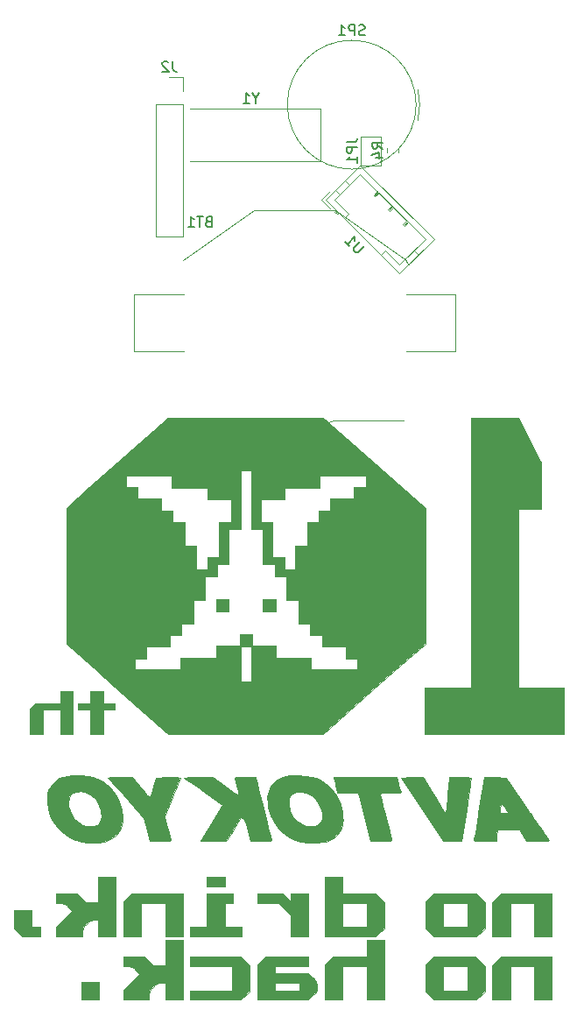
<source format=gbr>
G04 #@! TF.GenerationSoftware,KiCad,Pcbnew,7.0.8-7.0.8~ubuntu22.04.1*
G04 #@! TF.CreationDate,2024-07-29T11:47:05+09:00*
G04 #@! TF.ProjectId,FreqCounter3203,46726571-436f-4756-9e74-657233323033,rev?*
G04 #@! TF.SameCoordinates,Original*
G04 #@! TF.FileFunction,Legend,Bot*
G04 #@! TF.FilePolarity,Positive*
%FSLAX46Y46*%
G04 Gerber Fmt 4.6, Leading zero omitted, Abs format (unit mm)*
G04 Created by KiCad (PCBNEW 7.0.8-7.0.8~ubuntu22.04.1) date 2024-07-29 11:47:05*
%MOMM*%
%LPD*%
G01*
G04 APERTURE LIST*
%ADD10C,0.150000*%
%ADD11C,0.010000*%
%ADD12C,0.120000*%
G04 APERTURE END LIST*
D10*
X131418933Y-41749619D02*
X131418933Y-42463904D01*
X131418933Y-42463904D02*
X131466552Y-42606761D01*
X131466552Y-42606761D02*
X131561790Y-42702000D01*
X131561790Y-42702000D02*
X131704647Y-42749619D01*
X131704647Y-42749619D02*
X131799885Y-42749619D01*
X130990361Y-41844857D02*
X130942742Y-41797238D01*
X130942742Y-41797238D02*
X130847504Y-41749619D01*
X130847504Y-41749619D02*
X130609409Y-41749619D01*
X130609409Y-41749619D02*
X130514171Y-41797238D01*
X130514171Y-41797238D02*
X130466552Y-41844857D01*
X130466552Y-41844857D02*
X130418933Y-41940095D01*
X130418933Y-41940095D02*
X130418933Y-42035333D01*
X130418933Y-42035333D02*
X130466552Y-42178190D01*
X130466552Y-42178190D02*
X131037980Y-42749619D01*
X131037980Y-42749619D02*
X130418933Y-42749619D01*
X148240419Y-49561466D02*
X148954704Y-49561466D01*
X148954704Y-49561466D02*
X149097561Y-49513847D01*
X149097561Y-49513847D02*
X149192800Y-49418609D01*
X149192800Y-49418609D02*
X149240419Y-49275752D01*
X149240419Y-49275752D02*
X149240419Y-49180514D01*
X149240419Y-50037657D02*
X148240419Y-50037657D01*
X148240419Y-50037657D02*
X148240419Y-50418609D01*
X148240419Y-50418609D02*
X148288038Y-50513847D01*
X148288038Y-50513847D02*
X148335657Y-50561466D01*
X148335657Y-50561466D02*
X148430895Y-50609085D01*
X148430895Y-50609085D02*
X148573752Y-50609085D01*
X148573752Y-50609085D02*
X148668990Y-50561466D01*
X148668990Y-50561466D02*
X148716609Y-50513847D01*
X148716609Y-50513847D02*
X148764228Y-50418609D01*
X148764228Y-50418609D02*
X148764228Y-50037657D01*
X149240419Y-51561466D02*
X149240419Y-50990038D01*
X149240419Y-51275752D02*
X148240419Y-51275752D01*
X148240419Y-51275752D02*
X148383276Y-51180514D01*
X148383276Y-51180514D02*
X148478514Y-51085276D01*
X148478514Y-51085276D02*
X148526133Y-50990038D01*
X149997504Y-39182000D02*
X149854647Y-39229619D01*
X149854647Y-39229619D02*
X149616552Y-39229619D01*
X149616552Y-39229619D02*
X149521314Y-39182000D01*
X149521314Y-39182000D02*
X149473695Y-39134380D01*
X149473695Y-39134380D02*
X149426076Y-39039142D01*
X149426076Y-39039142D02*
X149426076Y-38943904D01*
X149426076Y-38943904D02*
X149473695Y-38848666D01*
X149473695Y-38848666D02*
X149521314Y-38801047D01*
X149521314Y-38801047D02*
X149616552Y-38753428D01*
X149616552Y-38753428D02*
X149807028Y-38705809D01*
X149807028Y-38705809D02*
X149902266Y-38658190D01*
X149902266Y-38658190D02*
X149949885Y-38610571D01*
X149949885Y-38610571D02*
X149997504Y-38515333D01*
X149997504Y-38515333D02*
X149997504Y-38420095D01*
X149997504Y-38420095D02*
X149949885Y-38324857D01*
X149949885Y-38324857D02*
X149902266Y-38277238D01*
X149902266Y-38277238D02*
X149807028Y-38229619D01*
X149807028Y-38229619D02*
X149568933Y-38229619D01*
X149568933Y-38229619D02*
X149426076Y-38277238D01*
X148997504Y-39229619D02*
X148997504Y-38229619D01*
X148997504Y-38229619D02*
X148616552Y-38229619D01*
X148616552Y-38229619D02*
X148521314Y-38277238D01*
X148521314Y-38277238D02*
X148473695Y-38324857D01*
X148473695Y-38324857D02*
X148426076Y-38420095D01*
X148426076Y-38420095D02*
X148426076Y-38562952D01*
X148426076Y-38562952D02*
X148473695Y-38658190D01*
X148473695Y-38658190D02*
X148521314Y-38705809D01*
X148521314Y-38705809D02*
X148616552Y-38753428D01*
X148616552Y-38753428D02*
X148997504Y-38753428D01*
X147473695Y-39229619D02*
X148045123Y-39229619D01*
X147759409Y-39229619D02*
X147759409Y-38229619D01*
X147759409Y-38229619D02*
X147854647Y-38372476D01*
X147854647Y-38372476D02*
X147949885Y-38467714D01*
X147949885Y-38467714D02*
X148045123Y-38515333D01*
X139461790Y-45323428D02*
X139461790Y-45799619D01*
X139795123Y-44799619D02*
X139461790Y-45323428D01*
X139461790Y-45323428D02*
X139128457Y-44799619D01*
X138271314Y-45799619D02*
X138842742Y-45799619D01*
X138557028Y-45799619D02*
X138557028Y-44799619D01*
X138557028Y-44799619D02*
X138652266Y-44942476D01*
X138652266Y-44942476D02*
X138747504Y-45037714D01*
X138747504Y-45037714D02*
X138842742Y-45085333D01*
X151710419Y-50178133D02*
X151234228Y-49844800D01*
X151710419Y-49606705D02*
X150710419Y-49606705D01*
X150710419Y-49606705D02*
X150710419Y-49987657D01*
X150710419Y-49987657D02*
X150758038Y-50082895D01*
X150758038Y-50082895D02*
X150805657Y-50130514D01*
X150805657Y-50130514D02*
X150900895Y-50178133D01*
X150900895Y-50178133D02*
X151043752Y-50178133D01*
X151043752Y-50178133D02*
X151138990Y-50130514D01*
X151138990Y-50130514D02*
X151186609Y-50082895D01*
X151186609Y-50082895D02*
X151234228Y-49987657D01*
X151234228Y-49987657D02*
X151234228Y-49606705D01*
X151043752Y-51035276D02*
X151710419Y-51035276D01*
X150662800Y-50797181D02*
X151377085Y-50559086D01*
X151377085Y-50559086D02*
X151377085Y-51178133D01*
X149937919Y-59627335D02*
X149365499Y-60199755D01*
X149365499Y-60199755D02*
X149264484Y-60233427D01*
X149264484Y-60233427D02*
X149197140Y-60233427D01*
X149197140Y-60233427D02*
X149096125Y-60199755D01*
X149096125Y-60199755D02*
X148961438Y-60065068D01*
X148961438Y-60065068D02*
X148927766Y-59964053D01*
X148927766Y-59964053D02*
X148927766Y-59896709D01*
X148927766Y-59896709D02*
X148961438Y-59795694D01*
X148961438Y-59795694D02*
X149533858Y-59223274D01*
X148119644Y-59223274D02*
X148523705Y-59627335D01*
X148321675Y-59425305D02*
X149028781Y-58718198D01*
X149028781Y-58718198D02*
X148995110Y-58886557D01*
X148995110Y-58886557D02*
X148995110Y-59021244D01*
X148995110Y-59021244D02*
X149028781Y-59122259D01*
X134871314Y-57225809D02*
X134728457Y-57273428D01*
X134728457Y-57273428D02*
X134680838Y-57321047D01*
X134680838Y-57321047D02*
X134633219Y-57416285D01*
X134633219Y-57416285D02*
X134633219Y-57559142D01*
X134633219Y-57559142D02*
X134680838Y-57654380D01*
X134680838Y-57654380D02*
X134728457Y-57702000D01*
X134728457Y-57702000D02*
X134823695Y-57749619D01*
X134823695Y-57749619D02*
X135204647Y-57749619D01*
X135204647Y-57749619D02*
X135204647Y-56749619D01*
X135204647Y-56749619D02*
X134871314Y-56749619D01*
X134871314Y-56749619D02*
X134776076Y-56797238D01*
X134776076Y-56797238D02*
X134728457Y-56844857D01*
X134728457Y-56844857D02*
X134680838Y-56940095D01*
X134680838Y-56940095D02*
X134680838Y-57035333D01*
X134680838Y-57035333D02*
X134728457Y-57130571D01*
X134728457Y-57130571D02*
X134776076Y-57178190D01*
X134776076Y-57178190D02*
X134871314Y-57225809D01*
X134871314Y-57225809D02*
X135204647Y-57225809D01*
X134347504Y-56749619D02*
X133776076Y-56749619D01*
X134061790Y-57749619D02*
X134061790Y-56749619D01*
X132918933Y-57749619D02*
X133490361Y-57749619D01*
X133204647Y-57749619D02*
X133204647Y-56749619D01*
X133204647Y-56749619D02*
X133299885Y-56892476D01*
X133299885Y-56892476D02*
X133395123Y-56987714D01*
X133395123Y-56987714D02*
X133490361Y-57035333D01*
D11*
X141376267Y-94931467D02*
X140106267Y-94931467D01*
X140106267Y-93746133D01*
X141376267Y-93746133D01*
X141376267Y-94931467D01*
G36*
X141376267Y-94931467D02*
G01*
X140106267Y-94931467D01*
X140106267Y-93746133D01*
X141376267Y-93746133D01*
X141376267Y-94931467D01*
G37*
X136804267Y-94931467D02*
X135618933Y-94931467D01*
X135618933Y-93746133D01*
X136804267Y-93746133D01*
X136804267Y-94931467D01*
G36*
X136804267Y-94931467D02*
G01*
X135618933Y-94931467D01*
X135618933Y-93746133D01*
X136804267Y-93746133D01*
X136804267Y-94931467D01*
G37*
X136465600Y-121516800D02*
X134687600Y-121516800D01*
X134687600Y-120585467D01*
X136465600Y-120585467D01*
X136465600Y-121516800D01*
G36*
X136465600Y-121516800D02*
G01*
X134687600Y-121516800D01*
X134687600Y-120585467D01*
X136465600Y-120585467D01*
X136465600Y-121516800D01*
G37*
X124273600Y-132438800D02*
X122580267Y-132438800D01*
X122580267Y-130745467D01*
X124273600Y-130745467D01*
X124273600Y-132438800D01*
G36*
X124273600Y-132438800D02*
G01*
X122580267Y-132438800D01*
X122580267Y-130745467D01*
X124273600Y-130745467D01*
X124273600Y-132438800D01*
G37*
X117754267Y-125411467D02*
X118600933Y-125411467D01*
X118600933Y-126342800D01*
X116871083Y-126342800D01*
X116060933Y-125544832D01*
X116060933Y-123802800D01*
X117754267Y-123802800D01*
X117754267Y-125411467D01*
G36*
X117754267Y-125411467D02*
G01*
X118600933Y-125411467D01*
X118600933Y-126342800D01*
X116871083Y-126342800D01*
X116060933Y-125544832D01*
X116060933Y-123802800D01*
X117754267Y-123802800D01*
X117754267Y-125411467D01*
G37*
X132401600Y-126342800D02*
X130708267Y-126342800D01*
X130708267Y-123125467D01*
X128337600Y-123125467D01*
X128337600Y-126342800D01*
X126644267Y-126342800D01*
X126644267Y-123004283D01*
X127442235Y-122194133D01*
X132401600Y-122194133D01*
X132401600Y-126342800D01*
G36*
X132401600Y-126342800D02*
G01*
X130708267Y-126342800D01*
X130708267Y-123125467D01*
X128337600Y-123125467D01*
X128337600Y-126342800D01*
X126644267Y-126342800D01*
X126644267Y-123004283D01*
X127442235Y-122194133D01*
X132401600Y-122194133D01*
X132401600Y-126342800D01*
G37*
X168046267Y-132438800D02*
X166352933Y-132438800D01*
X166352933Y-129221467D01*
X164066933Y-129221467D01*
X164066933Y-132438800D01*
X162288933Y-132438800D01*
X162288933Y-129184458D01*
X162730541Y-128737296D01*
X163172149Y-128290133D01*
X168046267Y-128290133D01*
X168046267Y-132438800D01*
G36*
X168046267Y-132438800D02*
G01*
X166352933Y-132438800D01*
X166352933Y-129221467D01*
X164066933Y-129221467D01*
X164066933Y-132438800D01*
X162288933Y-132438800D01*
X162288933Y-129184458D01*
X162730541Y-128737296D01*
X163172149Y-128290133D01*
X168046267Y-128290133D01*
X168046267Y-132438800D01*
G37*
X168046267Y-126342800D02*
X166352933Y-126342800D01*
X166352933Y-123125467D01*
X164066933Y-123125467D01*
X164066933Y-126342800D01*
X162288933Y-126342800D01*
X162288933Y-123088458D01*
X162730541Y-122641296D01*
X163172149Y-122194133D01*
X168046267Y-122194133D01*
X168046267Y-126342800D01*
G36*
X168046267Y-126342800D02*
G01*
X166352933Y-126342800D01*
X166352933Y-123125467D01*
X164066933Y-123125467D01*
X164066933Y-126342800D01*
X162288933Y-126342800D01*
X162288933Y-123088458D01*
X162730541Y-122641296D01*
X163172149Y-122194133D01*
X168046267Y-122194133D01*
X168046267Y-126342800D01*
G37*
X137227600Y-123125467D02*
X136465600Y-123125467D01*
X136465600Y-125411467D01*
X138074267Y-125411467D01*
X138074267Y-126342800D01*
X133078933Y-126342800D01*
X133078933Y-125411467D01*
X134687600Y-125411467D01*
X134687600Y-122194133D01*
X137227600Y-122194133D01*
X137227600Y-123125467D01*
G36*
X137227600Y-123125467D02*
G01*
X136465600Y-123125467D01*
X136465600Y-125411467D01*
X138074267Y-125411467D01*
X138074267Y-126342800D01*
X133078933Y-126342800D01*
X133078933Y-125411467D01*
X134687600Y-125411467D01*
X134687600Y-122194133D01*
X137227600Y-122194133D01*
X137227600Y-123125467D01*
G37*
X138836267Y-129088101D02*
X138836267Y-131628650D01*
X138038299Y-132438800D01*
X133078933Y-132438800D01*
X133078933Y-131592133D01*
X137142933Y-131592133D01*
X137142933Y-129221467D01*
X133078933Y-129221467D01*
X133078933Y-128290133D01*
X138026117Y-128290133D01*
X138836267Y-129088101D01*
G36*
X138836267Y-129088101D02*
G01*
X138836267Y-131628650D01*
X138038299Y-132438800D01*
X133078933Y-132438800D01*
X133078933Y-131592133D01*
X137142933Y-131592133D01*
X137142933Y-129221467D01*
X133078933Y-129221467D01*
X133078933Y-128290133D01*
X138026117Y-128290133D01*
X138836267Y-129088101D01*
G37*
X151874933Y-132438800D02*
X150181600Y-132438800D01*
X150181600Y-129221467D01*
X147810933Y-129221467D01*
X147810933Y-132438800D01*
X146117600Y-132438800D01*
X146117600Y-129100283D01*
X146915568Y-128290133D01*
X150181600Y-128290133D01*
X150181600Y-126681467D01*
X151874933Y-126681467D01*
X151874933Y-132438800D01*
G36*
X151874933Y-132438800D02*
G01*
X150181600Y-132438800D01*
X150181600Y-129221467D01*
X147810933Y-129221467D01*
X147810933Y-132438800D01*
X146117600Y-132438800D01*
X146117600Y-129100283D01*
X146915568Y-128290133D01*
X150181600Y-128290133D01*
X150181600Y-126681467D01*
X151874933Y-126681467D01*
X151874933Y-132438800D01*
G37*
X142815600Y-122906723D02*
X142815600Y-122194133D01*
X144508933Y-122194133D01*
X144508933Y-126342800D01*
X142815600Y-126342800D01*
X142815600Y-124272716D01*
X142246371Y-123699091D01*
X141677142Y-123125467D01*
X139598267Y-123125467D01*
X139598267Y-122194133D01*
X142089524Y-122194133D01*
X142815600Y-122906723D01*
G36*
X142815600Y-122906723D02*
G01*
X142815600Y-122194133D01*
X144508933Y-122194133D01*
X144508933Y-126342800D01*
X142815600Y-126342800D01*
X142815600Y-124272716D01*
X142246371Y-123699091D01*
X141677142Y-123125467D01*
X139598267Y-123125467D01*
X139598267Y-122194133D01*
X142089524Y-122194133D01*
X142815600Y-122906723D01*
G37*
X121733600Y-106784800D02*
X120548267Y-106784800D01*
X120548267Y-104414133D01*
X118854933Y-104414133D01*
X118854933Y-106784800D01*
X117584933Y-106784800D01*
X117584933Y-104379861D01*
X118126151Y-103821467D01*
X120548267Y-103821467D01*
X120548267Y-102636133D01*
X121733600Y-102636133D01*
X121733600Y-106784800D01*
G36*
X121733600Y-106784800D02*
G01*
X120548267Y-106784800D01*
X120548267Y-104414133D01*
X118854933Y-104414133D01*
X118854933Y-106784800D01*
X117584933Y-106784800D01*
X117584933Y-104379861D01*
X118126151Y-103821467D01*
X120548267Y-103821467D01*
X120548267Y-102636133D01*
X121733600Y-102636133D01*
X121733600Y-106784800D01*
G37*
X165922876Y-78372455D02*
X167030267Y-80524776D01*
X167030267Y-85025467D01*
X164828933Y-85025467D01*
X164828933Y-102297467D01*
X169231600Y-102297467D01*
X169231600Y-106784800D01*
X155769600Y-106784800D01*
X155769600Y-102297467D01*
X160256933Y-102297467D01*
X160256933Y-76220133D01*
X164815485Y-76220133D01*
X165922876Y-78372455D01*
G36*
X165922876Y-78372455D02*
G01*
X167030267Y-80524776D01*
X167030267Y-85025467D01*
X164828933Y-85025467D01*
X164828933Y-102297467D01*
X169231600Y-102297467D01*
X169231600Y-106784800D01*
X155769600Y-106784800D01*
X155769600Y-102297467D01*
X160256933Y-102297467D01*
X160256933Y-76220133D01*
X164815485Y-76220133D01*
X165922876Y-78372455D01*
G37*
X124696933Y-103821467D02*
X125797600Y-103821467D01*
X125797600Y-104414133D01*
X124696933Y-104414133D01*
X124696933Y-106784800D01*
X123426933Y-106784800D01*
X123426933Y-104414133D01*
X122241600Y-104414133D01*
X122241600Y-103821467D01*
X123426933Y-103821467D01*
X123426933Y-102636133D01*
X124696933Y-102636133D01*
X124696933Y-103821467D01*
G36*
X124696933Y-103821467D02*
G01*
X125797600Y-103821467D01*
X125797600Y-104414133D01*
X124696933Y-104414133D01*
X124696933Y-106784800D01*
X123426933Y-106784800D01*
X123426933Y-104414133D01*
X122241600Y-104414133D01*
X122241600Y-103821467D01*
X123426933Y-103821467D01*
X123426933Y-102636133D01*
X124696933Y-102636133D01*
X124696933Y-103821467D01*
G37*
X161611600Y-125532650D02*
X160813632Y-126342800D01*
X156664417Y-126342800D01*
X155854267Y-125544832D01*
X155854267Y-125411467D01*
X157547600Y-125411467D01*
X159918267Y-125411467D01*
X159918267Y-123125467D01*
X157547600Y-123125467D01*
X157547600Y-125411467D01*
X155854267Y-125411467D01*
X155854267Y-123004283D01*
X156652235Y-122194133D01*
X160801450Y-122194133D01*
X161611600Y-122992101D01*
X161611600Y-123125467D01*
X161611600Y-125532650D01*
G36*
X161611600Y-125532650D02*
G01*
X160813632Y-126342800D01*
X156664417Y-126342800D01*
X155854267Y-125544832D01*
X155854267Y-125411467D01*
X157547600Y-125411467D01*
X159918267Y-125411467D01*
X159918267Y-123125467D01*
X157547600Y-123125467D01*
X157547600Y-125411467D01*
X155854267Y-125411467D01*
X155854267Y-123004283D01*
X156652235Y-122194133D01*
X160801450Y-122194133D01*
X161611600Y-122992101D01*
X161611600Y-123125467D01*
X161611600Y-125532650D01*
G37*
X161611600Y-131628650D02*
X160813632Y-132438800D01*
X156664417Y-132438800D01*
X155854267Y-131640832D01*
X155854267Y-131592133D01*
X157547600Y-131592133D01*
X159918267Y-131592133D01*
X159918267Y-129221467D01*
X157547600Y-129221467D01*
X157547600Y-131592133D01*
X155854267Y-131592133D01*
X155854267Y-129100283D01*
X156652235Y-128290133D01*
X160717275Y-128290133D01*
X161164438Y-128731741D01*
X161611600Y-129173349D01*
X161611600Y-129221467D01*
X161611600Y-131628650D01*
G36*
X161611600Y-131628650D02*
G01*
X160813632Y-132438800D01*
X156664417Y-132438800D01*
X155854267Y-131640832D01*
X155854267Y-131592133D01*
X157547600Y-131592133D01*
X159918267Y-131592133D01*
X159918267Y-129221467D01*
X157547600Y-129221467D01*
X157547600Y-131592133D01*
X155854267Y-131592133D01*
X155854267Y-129100283D01*
X156652235Y-128290133D01*
X160717275Y-128290133D01*
X161164438Y-128731741D01*
X161611600Y-129173349D01*
X161611600Y-129221467D01*
X161611600Y-131628650D01*
G37*
X151874933Y-125532650D02*
X151475950Y-125937725D01*
X151076966Y-126342800D01*
X146117600Y-126342800D01*
X146117600Y-125411467D01*
X147810933Y-125411467D01*
X150181600Y-125411467D01*
X150181600Y-123125467D01*
X147810933Y-123125467D01*
X147810933Y-125411467D01*
X146117600Y-125411467D01*
X146117600Y-120585467D01*
X147810933Y-120585467D01*
X147810933Y-122194133D01*
X151064784Y-122194133D01*
X151469859Y-122593117D01*
X151874933Y-122992101D01*
X151874933Y-123125467D01*
X151874933Y-125532650D01*
G36*
X151874933Y-125532650D02*
G01*
X151475950Y-125937725D01*
X151076966Y-126342800D01*
X146117600Y-126342800D01*
X146117600Y-125411467D01*
X147810933Y-125411467D01*
X150181600Y-125411467D01*
X150181600Y-123125467D01*
X147810933Y-123125467D01*
X147810933Y-125411467D01*
X146117600Y-125411467D01*
X146117600Y-120585467D01*
X147810933Y-120585467D01*
X147810933Y-122194133D01*
X151064784Y-122194133D01*
X151469859Y-122593117D01*
X151874933Y-122992101D01*
X151874933Y-123125467D01*
X151874933Y-125532650D01*
G37*
X145347754Y-130904653D02*
X145355600Y-131162709D01*
X145355464Y-131216385D01*
X145343133Y-131457897D01*
X145291031Y-131634274D01*
X145171433Y-131806042D01*
X144956616Y-132033725D01*
X144557632Y-132438800D01*
X139598267Y-132438800D01*
X139598267Y-131592133D01*
X141291600Y-131592133D01*
X143662267Y-131592133D01*
X143662267Y-130830133D01*
X141291600Y-130830133D01*
X141291600Y-131592133D01*
X139598267Y-131592133D01*
X139598267Y-129100283D01*
X140396235Y-128290133D01*
X144508933Y-128290133D01*
X144508933Y-129221467D01*
X141291600Y-129221467D01*
X141291600Y-129898800D01*
X144545450Y-129898800D01*
X144950525Y-130297784D01*
X145006184Y-130352822D01*
X145201029Y-130559461D01*
X145305558Y-130723488D01*
X145330398Y-130830133D01*
X145347754Y-130904653D01*
G36*
X145347754Y-130904653D02*
G01*
X145355600Y-131162709D01*
X145355464Y-131216385D01*
X145343133Y-131457897D01*
X145291031Y-131634274D01*
X145171433Y-131806042D01*
X144956616Y-132033725D01*
X144557632Y-132438800D01*
X139598267Y-132438800D01*
X139598267Y-131592133D01*
X141291600Y-131592133D01*
X143662267Y-131592133D01*
X143662267Y-130830133D01*
X141291600Y-130830133D01*
X141291600Y-131592133D01*
X139598267Y-131592133D01*
X139598267Y-129100283D01*
X140396235Y-128290133D01*
X144508933Y-128290133D01*
X144508933Y-129221467D01*
X141291600Y-129221467D01*
X141291600Y-129898800D01*
X144545450Y-129898800D01*
X144950525Y-130297784D01*
X145006184Y-130352822D01*
X145201029Y-130559461D01*
X145305558Y-130723488D01*
X145330398Y-130830133D01*
X145347754Y-130904653D01*
G37*
X132401600Y-132438800D02*
X130708267Y-132438800D01*
X130708267Y-130830133D01*
X130309008Y-130830133D01*
X130091707Y-130840287D01*
X129914234Y-130891278D01*
X129737584Y-131011450D01*
X129504675Y-131229117D01*
X129504077Y-131229706D01*
X129284308Y-131457245D01*
X129162665Y-131629268D01*
X129110610Y-131802446D01*
X129099600Y-132033450D01*
X129099600Y-132438800D01*
X126644267Y-132438800D01*
X126644267Y-131552981D01*
X127424821Y-130769168D01*
X128205376Y-129985354D01*
X127830526Y-129603410D01*
X127641185Y-129418798D01*
X127464955Y-129289323D01*
X127288164Y-129233469D01*
X127049972Y-129221467D01*
X126644267Y-129221467D01*
X126644267Y-128290133D01*
X128724966Y-128290133D01*
X129141933Y-128713467D01*
X129558901Y-129136800D01*
X130708267Y-129136800D01*
X130708267Y-126681467D01*
X132401600Y-126681467D01*
X132401600Y-132438800D01*
G36*
X132401600Y-132438800D02*
G01*
X130708267Y-132438800D01*
X130708267Y-130830133D01*
X130309008Y-130830133D01*
X130091707Y-130840287D01*
X129914234Y-130891278D01*
X129737584Y-131011450D01*
X129504675Y-131229117D01*
X129504077Y-131229706D01*
X129284308Y-131457245D01*
X129162665Y-131629268D01*
X129110610Y-131802446D01*
X129099600Y-132033450D01*
X129099600Y-132438800D01*
X126644267Y-132438800D01*
X126644267Y-131552981D01*
X127424821Y-130769168D01*
X128205376Y-129985354D01*
X127830526Y-129603410D01*
X127641185Y-129418798D01*
X127464955Y-129289323D01*
X127288164Y-129233469D01*
X127049972Y-129221467D01*
X126644267Y-129221467D01*
X126644267Y-128290133D01*
X128724966Y-128290133D01*
X129141933Y-128713467D01*
X129558901Y-129136800D01*
X130708267Y-129136800D01*
X130708267Y-126681467D01*
X132401600Y-126681467D01*
X132401600Y-132438800D01*
G37*
X125882267Y-126342800D02*
X124188933Y-126342800D01*
X124188933Y-124734133D01*
X123832008Y-124734133D01*
X123669648Y-124741866D01*
X123489705Y-124791600D01*
X123307968Y-124912518D01*
X123070008Y-125133117D01*
X123069411Y-125133706D01*
X122849641Y-125361245D01*
X122727999Y-125533268D01*
X122675943Y-125706446D01*
X122664933Y-125937450D01*
X122664933Y-126342800D01*
X120124933Y-126342800D01*
X120124933Y-125456981D01*
X120905488Y-124673168D01*
X121686043Y-123889354D01*
X121311193Y-123507410D01*
X121121852Y-123322798D01*
X120945622Y-123193323D01*
X120768830Y-123137469D01*
X120530639Y-123125467D01*
X120124933Y-123125467D01*
X120124933Y-122194133D01*
X122205632Y-122194133D01*
X122622600Y-122617467D01*
X123039568Y-123040800D01*
X124188933Y-123040800D01*
X124188933Y-120585467D01*
X125882267Y-120585467D01*
X125882267Y-126342800D01*
G36*
X125882267Y-126342800D02*
G01*
X124188933Y-126342800D01*
X124188933Y-124734133D01*
X123832008Y-124734133D01*
X123669648Y-124741866D01*
X123489705Y-124791600D01*
X123307968Y-124912518D01*
X123070008Y-125133117D01*
X123069411Y-125133706D01*
X122849641Y-125361245D01*
X122727999Y-125533268D01*
X122675943Y-125706446D01*
X122664933Y-125937450D01*
X122664933Y-126342800D01*
X120124933Y-126342800D01*
X120124933Y-125456981D01*
X120905488Y-124673168D01*
X121686043Y-123889354D01*
X121311193Y-123507410D01*
X121121852Y-123322798D01*
X120945622Y-123193323D01*
X120768830Y-123137469D01*
X120530639Y-123125467D01*
X120124933Y-123125467D01*
X120124933Y-122194133D01*
X122205632Y-122194133D01*
X122622600Y-122617467D01*
X123039568Y-123040800D01*
X124188933Y-123040800D01*
X124188933Y-120585467D01*
X125882267Y-120585467D01*
X125882267Y-126342800D01*
G37*
X159243632Y-110933524D02*
X159639164Y-110939255D01*
X159962025Y-110953023D01*
X160179999Y-110972902D01*
X160260871Y-110996967D01*
X160250516Y-111087233D01*
X160217985Y-111326806D01*
X160165985Y-111696121D01*
X160097262Y-112176003D01*
X160014562Y-112747278D01*
X159920633Y-113390768D01*
X159818220Y-114087300D01*
X159371632Y-117114133D01*
X157574683Y-117114133D01*
X155529298Y-114044967D01*
X153483913Y-110975800D01*
X154516227Y-110951895D01*
X154523281Y-110951733D01*
X154929285Y-110945437D01*
X155275586Y-110945690D01*
X155525668Y-110952092D01*
X155643017Y-110964244D01*
X155682216Y-111005868D01*
X155802488Y-111175588D01*
X155986507Y-111456586D01*
X156221241Y-111828435D01*
X156493654Y-112270705D01*
X156790713Y-112762969D01*
X157843933Y-114525441D01*
X157986334Y-112962287D01*
X158028701Y-112489607D01*
X158069618Y-112016736D01*
X158102633Y-111617445D01*
X158125131Y-111323409D01*
X158134501Y-111166300D01*
X158140267Y-110933467D01*
X159198600Y-110933467D01*
X159243632Y-110933524D01*
G36*
X159243632Y-110933524D02*
G01*
X159639164Y-110939255D01*
X159962025Y-110953023D01*
X160179999Y-110972902D01*
X160260871Y-110996967D01*
X160250516Y-111087233D01*
X160217985Y-111326806D01*
X160165985Y-111696121D01*
X160097262Y-112176003D01*
X160014562Y-112747278D01*
X159920633Y-113390768D01*
X159818220Y-114087300D01*
X159371632Y-117114133D01*
X157574683Y-117114133D01*
X155529298Y-114044967D01*
X153483913Y-110975800D01*
X154516227Y-110951895D01*
X154523281Y-110951733D01*
X154929285Y-110945437D01*
X155275586Y-110945690D01*
X155525668Y-110952092D01*
X155643017Y-110964244D01*
X155682216Y-111005868D01*
X155802488Y-111175588D01*
X155986507Y-111456586D01*
X156221241Y-111828435D01*
X156493654Y-112270705D01*
X156790713Y-112762969D01*
X157843933Y-114525441D01*
X157986334Y-112962287D01*
X158028701Y-112489607D01*
X158069618Y-112016736D01*
X158102633Y-111617445D01*
X158125131Y-111323409D01*
X158134501Y-111166300D01*
X158140267Y-110933467D01*
X159198600Y-110933467D01*
X159243632Y-110933524D01*
G37*
X153267978Y-111589633D02*
X153285138Y-111662360D01*
X153361528Y-111977062D01*
X153424508Y-112222840D01*
X153461850Y-112351633D01*
X153462809Y-112374378D01*
X153398150Y-112413954D01*
X153224706Y-112439561D01*
X152922349Y-112453348D01*
X152470953Y-112457467D01*
X152231832Y-112457879D01*
X151875169Y-112462600D01*
X151648219Y-112475796D01*
X151524716Y-112501408D01*
X151478392Y-112543374D01*
X151482982Y-112605633D01*
X151502879Y-112679664D01*
X151561681Y-112905432D01*
X151651370Y-113253204D01*
X151765706Y-113698705D01*
X151898451Y-114217662D01*
X152043365Y-114785800D01*
X152150704Y-115206688D01*
X152287477Y-115741422D01*
X152407604Y-116209299D01*
X152504824Y-116586002D01*
X152572874Y-116847216D01*
X152605494Y-116968625D01*
X152613955Y-117010651D01*
X152593767Y-117059555D01*
X152509235Y-117089168D01*
X152334136Y-117102827D01*
X152042250Y-117103867D01*
X151607357Y-117095625D01*
X150564681Y-117071800D01*
X149394679Y-112462478D01*
X148378481Y-112438806D01*
X147362282Y-112415133D01*
X147164589Y-111695467D01*
X147124034Y-111547484D01*
X147043276Y-111250394D01*
X146987033Y-111040027D01*
X146965582Y-110954633D01*
X146965581Y-110954621D01*
X147047180Y-110949786D01*
X147279270Y-110945339D01*
X147643051Y-110941410D01*
X148119725Y-110938129D01*
X148690494Y-110935625D01*
X149336558Y-110934028D01*
X150039119Y-110933467D01*
X153113972Y-110933467D01*
X153267978Y-111589633D01*
G36*
X153267978Y-111589633D02*
G01*
X153285138Y-111662360D01*
X153361528Y-111977062D01*
X153424508Y-112222840D01*
X153461850Y-112351633D01*
X153462809Y-112374378D01*
X153398150Y-112413954D01*
X153224706Y-112439561D01*
X152922349Y-112453348D01*
X152470953Y-112457467D01*
X152231832Y-112457879D01*
X151875169Y-112462600D01*
X151648219Y-112475796D01*
X151524716Y-112501408D01*
X151478392Y-112543374D01*
X151482982Y-112605633D01*
X151502879Y-112679664D01*
X151561681Y-112905432D01*
X151651370Y-113253204D01*
X151765706Y-113698705D01*
X151898451Y-114217662D01*
X152043365Y-114785800D01*
X152150704Y-115206688D01*
X152287477Y-115741422D01*
X152407604Y-116209299D01*
X152504824Y-116586002D01*
X152572874Y-116847216D01*
X152605494Y-116968625D01*
X152613955Y-117010651D01*
X152593767Y-117059555D01*
X152509235Y-117089168D01*
X152334136Y-117102827D01*
X152042250Y-117103867D01*
X151607357Y-117095625D01*
X150564681Y-117071800D01*
X149394679Y-112462478D01*
X148378481Y-112438806D01*
X147362282Y-112415133D01*
X147164589Y-111695467D01*
X147124034Y-111547484D01*
X147043276Y-111250394D01*
X146987033Y-111040027D01*
X146965582Y-110954633D01*
X146965581Y-110954621D01*
X147047180Y-110949786D01*
X147279270Y-110945339D01*
X147643051Y-110941410D01*
X148119725Y-110938129D01*
X148690494Y-110935625D01*
X149336558Y-110934028D01*
X150039119Y-110933467D01*
X153113972Y-110933467D01*
X153267978Y-111589633D01*
G37*
X165996401Y-114372476D02*
X166412751Y-114983413D01*
X166792086Y-115542622D01*
X167124582Y-116035472D01*
X167400415Y-116447329D01*
X167609761Y-116763563D01*
X167742796Y-116969542D01*
X167789696Y-117050633D01*
X167787405Y-117054909D01*
X167683122Y-117078064D01*
X167446399Y-117096878D01*
X167108714Y-117109513D01*
X166701545Y-117114133D01*
X165610823Y-117114133D01*
X164893711Y-116013467D01*
X162810411Y-116013467D01*
X162751476Y-116563800D01*
X162692540Y-117114133D01*
X161592678Y-117114133D01*
X161293822Y-117112818D01*
X160916115Y-117103872D01*
X160676104Y-117084781D01*
X160554062Y-117053578D01*
X160530259Y-117008300D01*
X160549800Y-116916817D01*
X160594584Y-116674857D01*
X160660580Y-116303486D01*
X160744377Y-115822296D01*
X160842567Y-115250880D01*
X160951739Y-114608830D01*
X160986106Y-114404800D01*
X163049454Y-114404800D01*
X163431194Y-114404800D01*
X163545519Y-114402789D01*
X163737187Y-114387176D01*
X163812933Y-114361164D01*
X163809087Y-114347371D01*
X163745694Y-114230853D01*
X163626763Y-114040343D01*
X163481353Y-113819357D01*
X163338526Y-113611409D01*
X163227341Y-113460015D01*
X163176859Y-113408690D01*
X163163807Y-113466306D01*
X163136625Y-113652252D01*
X163104287Y-113917967D01*
X163049454Y-114404800D01*
X160986106Y-114404800D01*
X161068484Y-113915739D01*
X161569267Y-110929011D01*
X162620075Y-110952405D01*
X163670883Y-110975800D01*
X165729004Y-113981467D01*
X165988666Y-114361164D01*
X165996401Y-114372476D01*
G36*
X165996401Y-114372476D02*
G01*
X166412751Y-114983413D01*
X166792086Y-115542622D01*
X167124582Y-116035472D01*
X167400415Y-116447329D01*
X167609761Y-116763563D01*
X167742796Y-116969542D01*
X167789696Y-117050633D01*
X167787405Y-117054909D01*
X167683122Y-117078064D01*
X167446399Y-117096878D01*
X167108714Y-117109513D01*
X166701545Y-117114133D01*
X165610823Y-117114133D01*
X164893711Y-116013467D01*
X162810411Y-116013467D01*
X162751476Y-116563800D01*
X162692540Y-117114133D01*
X161592678Y-117114133D01*
X161293822Y-117112818D01*
X160916115Y-117103872D01*
X160676104Y-117084781D01*
X160554062Y-117053578D01*
X160530259Y-117008300D01*
X160549800Y-116916817D01*
X160594584Y-116674857D01*
X160660580Y-116303486D01*
X160744377Y-115822296D01*
X160842567Y-115250880D01*
X160951739Y-114608830D01*
X160986106Y-114404800D01*
X163049454Y-114404800D01*
X163431194Y-114404800D01*
X163545519Y-114402789D01*
X163737187Y-114387176D01*
X163812933Y-114361164D01*
X163809087Y-114347371D01*
X163745694Y-114230853D01*
X163626763Y-114040343D01*
X163481353Y-113819357D01*
X163338526Y-113611409D01*
X163227341Y-113460015D01*
X163176859Y-113408690D01*
X163163807Y-113466306D01*
X163136625Y-113652252D01*
X163104287Y-113917967D01*
X163049454Y-114404800D01*
X160986106Y-114404800D01*
X161068484Y-113915739D01*
X161569267Y-110929011D01*
X162620075Y-110952405D01*
X163670883Y-110975800D01*
X165729004Y-113981467D01*
X165988666Y-114361164D01*
X165996401Y-114372476D01*
G37*
X127533267Y-110935745D02*
X128358346Y-111958627D01*
X128486656Y-112117050D01*
X128774913Y-112464884D01*
X128980583Y-112696141D01*
X129117681Y-112824610D01*
X129200217Y-112864078D01*
X129242204Y-112828334D01*
X129271736Y-112744628D01*
X129348075Y-112515068D01*
X129451928Y-112194733D01*
X129569629Y-111825480D01*
X129838275Y-110975800D01*
X130992938Y-110952244D01*
X131120866Y-110950096D01*
X131524063Y-110949900D01*
X131850028Y-110959729D01*
X132068096Y-110978209D01*
X132147600Y-111003968D01*
X132136270Y-111044610D01*
X132070855Y-111224126D01*
X131955071Y-111523573D01*
X131797913Y-111920122D01*
X131608375Y-112390941D01*
X131395451Y-112913199D01*
X130643302Y-114747150D01*
X130927823Y-115867142D01*
X130956830Y-115981618D01*
X131057289Y-116382903D01*
X131138851Y-116716164D01*
X131193771Y-116949406D01*
X131214305Y-117050633D01*
X131214292Y-117051105D01*
X131133126Y-117075596D01*
X130915932Y-117095635D01*
X130595407Y-117109166D01*
X130204247Y-117114133D01*
X129192226Y-117114133D01*
X129116421Y-116838967D01*
X129091597Y-116745643D01*
X129022903Y-116475771D01*
X128935036Y-116121540D01*
X128840955Y-115734889D01*
X128641293Y-114905978D01*
X126986613Y-113061261D01*
X126884579Y-112947485D01*
X126464236Y-112478288D01*
X126080309Y-112048983D01*
X125748147Y-111676787D01*
X125483097Y-111378915D01*
X125300510Y-111172582D01*
X125215733Y-111075005D01*
X125211172Y-111069377D01*
X125181003Y-111015649D01*
X125206193Y-110978304D01*
X125309535Y-110954435D01*
X125513821Y-110941134D01*
X125841845Y-110935493D01*
X126316400Y-110934606D01*
X127533267Y-110935745D01*
G36*
X127533267Y-110935745D02*
G01*
X128358346Y-111958627D01*
X128486656Y-112117050D01*
X128774913Y-112464884D01*
X128980583Y-112696141D01*
X129117681Y-112824610D01*
X129200217Y-112864078D01*
X129242204Y-112828334D01*
X129271736Y-112744628D01*
X129348075Y-112515068D01*
X129451928Y-112194733D01*
X129569629Y-111825480D01*
X129838275Y-110975800D01*
X130992938Y-110952244D01*
X131120866Y-110950096D01*
X131524063Y-110949900D01*
X131850028Y-110959729D01*
X132068096Y-110978209D01*
X132147600Y-111003968D01*
X132136270Y-111044610D01*
X132070855Y-111224126D01*
X131955071Y-111523573D01*
X131797913Y-111920122D01*
X131608375Y-112390941D01*
X131395451Y-112913199D01*
X130643302Y-114747150D01*
X130927823Y-115867142D01*
X130956830Y-115981618D01*
X131057289Y-116382903D01*
X131138851Y-116716164D01*
X131193771Y-116949406D01*
X131214305Y-117050633D01*
X131214292Y-117051105D01*
X131133126Y-117075596D01*
X130915932Y-117095635D01*
X130595407Y-117109166D01*
X130204247Y-117114133D01*
X129192226Y-117114133D01*
X129116421Y-116838967D01*
X129091597Y-116745643D01*
X129022903Y-116475771D01*
X128935036Y-116121540D01*
X128840955Y-115734889D01*
X128641293Y-114905978D01*
X126986613Y-113061261D01*
X126884579Y-112947485D01*
X126464236Y-112478288D01*
X126080309Y-112048983D01*
X125748147Y-111676787D01*
X125483097Y-111378915D01*
X125300510Y-111172582D01*
X125215733Y-111075005D01*
X125211172Y-111069377D01*
X125181003Y-111015649D01*
X125206193Y-110978304D01*
X125309535Y-110954435D01*
X125513821Y-110941134D01*
X125841845Y-110935493D01*
X126316400Y-110934606D01*
X127533267Y-110935745D01*
G37*
X147875967Y-115142391D02*
X147871003Y-115214165D01*
X147824852Y-115586539D01*
X147737802Y-115876428D01*
X147588874Y-116158057D01*
X147261778Y-116566213D01*
X146783758Y-116930553D01*
X146230010Y-117162171D01*
X146218652Y-117165172D01*
X145843050Y-117230098D01*
X145363367Y-117266660D01*
X144840322Y-117273947D01*
X144334634Y-117251046D01*
X143907023Y-117197047D01*
X143794121Y-117173866D01*
X143044616Y-116924841D01*
X142365285Y-116532984D01*
X141771545Y-116014158D01*
X141278812Y-115384222D01*
X140902504Y-114659038D01*
X140658036Y-113854467D01*
X140603329Y-113540212D01*
X140594366Y-113350280D01*
X142646267Y-113350280D01*
X142654904Y-113563482D01*
X142775157Y-114160769D01*
X143024443Y-114693800D01*
X143386698Y-115134396D01*
X143845857Y-115454380D01*
X143926953Y-115493363D01*
X144338819Y-115633948D01*
X144788024Y-115674800D01*
X145019422Y-115670171D01*
X145233994Y-115636174D01*
X145400143Y-115546616D01*
X145587093Y-115375574D01*
X145654299Y-115307857D01*
X145785341Y-115157256D01*
X145848530Y-115015196D01*
X145861453Y-114822611D01*
X145841696Y-114520433D01*
X145765195Y-114058582D01*
X145557857Y-113509681D01*
X145247432Y-113045093D01*
X144853473Y-112681806D01*
X144395535Y-112436808D01*
X143893170Y-112327084D01*
X143365933Y-112369624D01*
X143171547Y-112429897D01*
X142874143Y-112625580D01*
X142701841Y-112928571D01*
X142646267Y-113350280D01*
X140594366Y-113350280D01*
X140572661Y-112890363D01*
X140677690Y-112325601D01*
X140922903Y-111828999D01*
X141312783Y-111383634D01*
X141564633Y-111179761D01*
X141918627Y-110983071D01*
X142334094Y-110854932D01*
X142845455Y-110785551D01*
X143487134Y-110765138D01*
X143502677Y-110765167D01*
X144284026Y-110802893D01*
X144946950Y-110920544D01*
X145528101Y-111131345D01*
X146064134Y-111448520D01*
X146591700Y-111885294D01*
X146828396Y-112124655D01*
X147319315Y-112782914D01*
X147661325Y-113514865D01*
X147848764Y-114306145D01*
X147865565Y-114822611D01*
X147875967Y-115142391D01*
G36*
X147875967Y-115142391D02*
G01*
X147871003Y-115214165D01*
X147824852Y-115586539D01*
X147737802Y-115876428D01*
X147588874Y-116158057D01*
X147261778Y-116566213D01*
X146783758Y-116930553D01*
X146230010Y-117162171D01*
X146218652Y-117165172D01*
X145843050Y-117230098D01*
X145363367Y-117266660D01*
X144840322Y-117273947D01*
X144334634Y-117251046D01*
X143907023Y-117197047D01*
X143794121Y-117173866D01*
X143044616Y-116924841D01*
X142365285Y-116532984D01*
X141771545Y-116014158D01*
X141278812Y-115384222D01*
X140902504Y-114659038D01*
X140658036Y-113854467D01*
X140603329Y-113540212D01*
X140594366Y-113350280D01*
X142646267Y-113350280D01*
X142654904Y-113563482D01*
X142775157Y-114160769D01*
X143024443Y-114693800D01*
X143386698Y-115134396D01*
X143845857Y-115454380D01*
X143926953Y-115493363D01*
X144338819Y-115633948D01*
X144788024Y-115674800D01*
X145019422Y-115670171D01*
X145233994Y-115636174D01*
X145400143Y-115546616D01*
X145587093Y-115375574D01*
X145654299Y-115307857D01*
X145785341Y-115157256D01*
X145848530Y-115015196D01*
X145861453Y-114822611D01*
X145841696Y-114520433D01*
X145765195Y-114058582D01*
X145557857Y-113509681D01*
X145247432Y-113045093D01*
X144853473Y-112681806D01*
X144395535Y-112436808D01*
X143893170Y-112327084D01*
X143365933Y-112369624D01*
X143171547Y-112429897D01*
X142874143Y-112625580D01*
X142701841Y-112928571D01*
X142646267Y-113350280D01*
X140594366Y-113350280D01*
X140572661Y-112890363D01*
X140677690Y-112325601D01*
X140922903Y-111828999D01*
X141312783Y-111383634D01*
X141564633Y-111179761D01*
X141918627Y-110983071D01*
X142334094Y-110854932D01*
X142845455Y-110785551D01*
X143487134Y-110765138D01*
X143502677Y-110765167D01*
X144284026Y-110802893D01*
X144946950Y-110920544D01*
X145528101Y-111131345D01*
X146064134Y-111448520D01*
X146591700Y-111885294D01*
X146828396Y-112124655D01*
X147319315Y-112782914D01*
X147661325Y-113514865D01*
X147848764Y-114306145D01*
X147865565Y-114822611D01*
X147875967Y-115142391D01*
G37*
X126578838Y-114893260D02*
X126571487Y-115135846D01*
X126524555Y-115555753D01*
X126440879Y-115862148D01*
X126272345Y-116178183D01*
X125886012Y-116630173D01*
X125388161Y-116974740D01*
X124804082Y-117191345D01*
X124687614Y-117214434D01*
X124265116Y-117258144D01*
X123757325Y-117269864D01*
X123223960Y-117251111D01*
X122724742Y-117203400D01*
X122319393Y-117128249D01*
X121721684Y-116918735D01*
X121038538Y-116529495D01*
X120446023Y-116018398D01*
X119958988Y-115404902D01*
X119592284Y-114708469D01*
X119360762Y-113948556D01*
X119297551Y-113324949D01*
X121320492Y-113324949D01*
X121357719Y-113732767D01*
X121476586Y-114159269D01*
X121669799Y-114577691D01*
X121930067Y-114961270D01*
X122250098Y-115283241D01*
X122622600Y-115516840D01*
X122688118Y-115544036D01*
X123044688Y-115634009D01*
X123444768Y-115666201D01*
X123821384Y-115639069D01*
X124107562Y-115551070D01*
X124289546Y-115416327D01*
X124482692Y-115110233D01*
X124551457Y-114704826D01*
X124491928Y-114213714D01*
X124473665Y-114139436D01*
X124244282Y-113507372D01*
X123912791Y-113009319D01*
X123476883Y-112642595D01*
X122934247Y-112404515D01*
X122853822Y-112381961D01*
X122500923Y-112320349D01*
X122174575Y-112348847D01*
X121793107Y-112472308D01*
X121771560Y-112481245D01*
X121520120Y-112672424D01*
X121372194Y-112962580D01*
X121320492Y-113324949D01*
X119297551Y-113324949D01*
X119279272Y-113144623D01*
X119307266Y-112624808D01*
X119408777Y-112201635D01*
X119603327Y-111837148D01*
X119910398Y-111479958D01*
X120159388Y-111251828D01*
X120472942Y-111037420D01*
X120820274Y-110892661D01*
X121234484Y-110808277D01*
X121748670Y-110774994D01*
X122395932Y-110783538D01*
X122560813Y-110790399D01*
X123180407Y-110839503D01*
X123687168Y-110930810D01*
X124125444Y-111078332D01*
X124539583Y-111296081D01*
X124973933Y-111598068D01*
X125406811Y-111982049D01*
X125902655Y-112606145D01*
X126272051Y-113317401D01*
X126501835Y-114088783D01*
X126560802Y-114704826D01*
X126578838Y-114893260D01*
G36*
X126578838Y-114893260D02*
G01*
X126571487Y-115135846D01*
X126524555Y-115555753D01*
X126440879Y-115862148D01*
X126272345Y-116178183D01*
X125886012Y-116630173D01*
X125388161Y-116974740D01*
X124804082Y-117191345D01*
X124687614Y-117214434D01*
X124265116Y-117258144D01*
X123757325Y-117269864D01*
X123223960Y-117251111D01*
X122724742Y-117203400D01*
X122319393Y-117128249D01*
X121721684Y-116918735D01*
X121038538Y-116529495D01*
X120446023Y-116018398D01*
X119958988Y-115404902D01*
X119592284Y-114708469D01*
X119360762Y-113948556D01*
X119297551Y-113324949D01*
X121320492Y-113324949D01*
X121357719Y-113732767D01*
X121476586Y-114159269D01*
X121669799Y-114577691D01*
X121930067Y-114961270D01*
X122250098Y-115283241D01*
X122622600Y-115516840D01*
X122688118Y-115544036D01*
X123044688Y-115634009D01*
X123444768Y-115666201D01*
X123821384Y-115639069D01*
X124107562Y-115551070D01*
X124289546Y-115416327D01*
X124482692Y-115110233D01*
X124551457Y-114704826D01*
X124491928Y-114213714D01*
X124473665Y-114139436D01*
X124244282Y-113507372D01*
X123912791Y-113009319D01*
X123476883Y-112642595D01*
X122934247Y-112404515D01*
X122853822Y-112381961D01*
X122500923Y-112320349D01*
X122174575Y-112348847D01*
X121793107Y-112472308D01*
X121771560Y-112481245D01*
X121520120Y-112672424D01*
X121372194Y-112962580D01*
X121320492Y-113324949D01*
X119297551Y-113324949D01*
X119279272Y-113144623D01*
X119307266Y-112624808D01*
X119408777Y-112201635D01*
X119603327Y-111837148D01*
X119910398Y-111479958D01*
X120159388Y-111251828D01*
X120472942Y-111037420D01*
X120820274Y-110892661D01*
X121234484Y-110808277D01*
X121748670Y-110774994D01*
X122395932Y-110783538D01*
X122560813Y-110790399D01*
X123180407Y-110839503D01*
X123687168Y-110930810D01*
X124125444Y-111078332D01*
X124539583Y-111296081D01*
X124973933Y-111598068D01*
X125406811Y-111982049D01*
X125902655Y-112606145D01*
X126272051Y-113317401D01*
X126501835Y-114088783D01*
X126560802Y-114704826D01*
X126578838Y-114893260D01*
G37*
X136550782Y-111819916D02*
X136905928Y-112076116D01*
X137255589Y-112323359D01*
X137535835Y-112516018D01*
X137724370Y-112638794D01*
X137798901Y-112676388D01*
X137800596Y-112669222D01*
X137784406Y-112549828D01*
X137737212Y-112317391D01*
X137668563Y-112013132D01*
X137588011Y-111678272D01*
X137505107Y-111354032D01*
X137429401Y-111081633D01*
X137422198Y-111048571D01*
X137438604Y-110996491D01*
X137518972Y-110962931D01*
X137689640Y-110943901D01*
X137976946Y-110935410D01*
X138407228Y-110933467D01*
X138422344Y-110933470D01*
X138813782Y-110935940D01*
X139133780Y-110942360D01*
X139349707Y-110951779D01*
X139428933Y-110963245D01*
X139428934Y-110963246D01*
X139449151Y-111049218D01*
X139506691Y-111280785D01*
X139596887Y-111639497D01*
X139715074Y-112106903D01*
X139856588Y-112664554D01*
X140016763Y-113294000D01*
X140190933Y-113976790D01*
X140363446Y-114654297D01*
X140524033Y-115288881D01*
X140665935Y-115853609D01*
X140784464Y-116329650D01*
X140874933Y-116698173D01*
X140932652Y-116940348D01*
X140952933Y-117037345D01*
X140875223Y-117066964D01*
X140660897Y-117091477D01*
X140342948Y-117108046D01*
X139954376Y-117114133D01*
X138955819Y-117114133D01*
X138718290Y-116140236D01*
X138612947Y-115724534D01*
X138523174Y-115422878D01*
X138440133Y-115222581D01*
X138350047Y-115090701D01*
X138239145Y-114994294D01*
X137997530Y-114822249D01*
X137345407Y-115933564D01*
X137226781Y-116133648D01*
X137003538Y-116498669D01*
X136812619Y-116796021D01*
X136671265Y-116999258D01*
X136596715Y-117081936D01*
X136575090Y-117086406D01*
X136409997Y-117096554D01*
X136120245Y-117101667D01*
X135739243Y-117101397D01*
X135300402Y-117095397D01*
X134100658Y-117071800D01*
X135184054Y-115337960D01*
X136267451Y-113604121D01*
X134440359Y-112348721D01*
X133988214Y-112037291D01*
X133533932Y-111722723D01*
X133141866Y-111449478D01*
X132831404Y-111231128D01*
X132621931Y-111081243D01*
X132532833Y-111013394D01*
X132534247Y-110998971D01*
X132654661Y-110971278D01*
X132928478Y-110950701D01*
X133344748Y-110937882D01*
X133892521Y-110933467D01*
X135332641Y-110933467D01*
X136550782Y-111819916D01*
G36*
X136550782Y-111819916D02*
G01*
X136905928Y-112076116D01*
X137255589Y-112323359D01*
X137535835Y-112516018D01*
X137724370Y-112638794D01*
X137798901Y-112676388D01*
X137800596Y-112669222D01*
X137784406Y-112549828D01*
X137737212Y-112317391D01*
X137668563Y-112013132D01*
X137588011Y-111678272D01*
X137505107Y-111354032D01*
X137429401Y-111081633D01*
X137422198Y-111048571D01*
X137438604Y-110996491D01*
X137518972Y-110962931D01*
X137689640Y-110943901D01*
X137976946Y-110935410D01*
X138407228Y-110933467D01*
X138422344Y-110933470D01*
X138813782Y-110935940D01*
X139133780Y-110942360D01*
X139349707Y-110951779D01*
X139428933Y-110963245D01*
X139428934Y-110963246D01*
X139449151Y-111049218D01*
X139506691Y-111280785D01*
X139596887Y-111639497D01*
X139715074Y-112106903D01*
X139856588Y-112664554D01*
X140016763Y-113294000D01*
X140190933Y-113976790D01*
X140363446Y-114654297D01*
X140524033Y-115288881D01*
X140665935Y-115853609D01*
X140784464Y-116329650D01*
X140874933Y-116698173D01*
X140932652Y-116940348D01*
X140952933Y-117037345D01*
X140875223Y-117066964D01*
X140660897Y-117091477D01*
X140342948Y-117108046D01*
X139954376Y-117114133D01*
X138955819Y-117114133D01*
X138718290Y-116140236D01*
X138612947Y-115724534D01*
X138523174Y-115422878D01*
X138440133Y-115222581D01*
X138350047Y-115090701D01*
X138239145Y-114994294D01*
X137997530Y-114822249D01*
X137345407Y-115933564D01*
X137226781Y-116133648D01*
X137003538Y-116498669D01*
X136812619Y-116796021D01*
X136671265Y-116999258D01*
X136596715Y-117081936D01*
X136575090Y-117086406D01*
X136409997Y-117096554D01*
X136120245Y-117101667D01*
X135739243Y-117101397D01*
X135300402Y-117095397D01*
X134100658Y-117071800D01*
X135184054Y-115337960D01*
X136267451Y-113604121D01*
X134440359Y-112348721D01*
X133988214Y-112037291D01*
X133533932Y-111722723D01*
X133141866Y-111449478D01*
X132831404Y-111231128D01*
X132621931Y-111081243D01*
X132532833Y-111013394D01*
X132534247Y-110998971D01*
X132654661Y-110971278D01*
X132928478Y-110950701D01*
X133344748Y-110937882D01*
X133892521Y-110933467D01*
X135332641Y-110933467D01*
X136550782Y-111819916D01*
G37*
X155840831Y-84898467D02*
X155847549Y-91463540D01*
X155854267Y-98028614D01*
X154182200Y-99503467D01*
X150890747Y-102406707D01*
X145927228Y-106784800D01*
X131004600Y-106777874D01*
X126072767Y-102418879D01*
X125264847Y-101704800D01*
X137989600Y-101704800D01*
X139005600Y-101704800D01*
X139005600Y-98318133D01*
X137989600Y-98318133D01*
X137989600Y-101704800D01*
X125264847Y-101704800D01*
X123923744Y-100519467D01*
X127744933Y-100519467D01*
X132147600Y-100519467D01*
X132147600Y-99418800D01*
X135618933Y-99418800D01*
X135618933Y-98233467D01*
X137904933Y-98233467D01*
X137904933Y-97132800D01*
X139090267Y-97132800D01*
X139090267Y-98233467D01*
X141376267Y-98233467D01*
X141376267Y-98318133D01*
X141376267Y-99418800D01*
X144762933Y-99418800D01*
X144762933Y-100519467D01*
X149250267Y-100519467D01*
X149250267Y-99503467D01*
X148149600Y-99503467D01*
X148149600Y-98318133D01*
X145863600Y-98318133D01*
X145863600Y-97217467D01*
X144678267Y-97217467D01*
X144678267Y-96116800D01*
X143577600Y-96116800D01*
X143577600Y-93830800D01*
X142392267Y-93830800D01*
X142392267Y-91544800D01*
X141291600Y-91544800D01*
X141291600Y-90359467D01*
X140106267Y-90359467D01*
X140106267Y-86972800D01*
X139005600Y-86972800D01*
X139005600Y-86295467D01*
X139936933Y-86295467D01*
X141037600Y-86295467D01*
X141037600Y-89682133D01*
X142222933Y-89682133D01*
X142222933Y-90867467D01*
X143238933Y-90867467D01*
X143238933Y-88581467D01*
X144424267Y-88581467D01*
X144424267Y-86295467D01*
X145524933Y-86295467D01*
X145524933Y-85194800D01*
X146625600Y-85194800D01*
X146625600Y-84009467D01*
X148911600Y-84009467D01*
X148911600Y-82908800D01*
X150096933Y-82908800D01*
X150096933Y-81808133D01*
X145609600Y-81808133D01*
X145609600Y-82993467D01*
X142222933Y-82993467D01*
X142222933Y-84094133D01*
X139936933Y-84094133D01*
X139936933Y-86295467D01*
X139005600Y-86295467D01*
X139005600Y-81300133D01*
X137989600Y-81300133D01*
X137989600Y-84094133D01*
X137989600Y-86972800D01*
X136804267Y-86972800D01*
X136804267Y-90359467D01*
X135703600Y-90359467D01*
X135703600Y-91544800D01*
X134518267Y-91544800D01*
X134518267Y-93830800D01*
X133417600Y-93830800D01*
X133417600Y-96116800D01*
X132232267Y-96116800D01*
X132232267Y-97217467D01*
X131131600Y-97217467D01*
X131131600Y-98318133D01*
X128845600Y-98318133D01*
X128845600Y-99503467D01*
X127744933Y-99503467D01*
X127744933Y-100519467D01*
X123923744Y-100519467D01*
X121140933Y-98059883D01*
X121142007Y-84898467D01*
X123398313Y-82908800D01*
X126898267Y-82908800D01*
X127998933Y-82908800D01*
X127998933Y-84009467D01*
X130284933Y-84009467D01*
X130284933Y-85194800D01*
X131385600Y-85194800D01*
X131385600Y-86295467D01*
X132570933Y-86295467D01*
X132570933Y-88581467D01*
X133671600Y-88581467D01*
X133671600Y-90867467D01*
X134772267Y-90867467D01*
X134772267Y-89682133D01*
X135872933Y-89682133D01*
X135872933Y-86295467D01*
X137058267Y-86295467D01*
X137058267Y-84094133D01*
X134772267Y-84094133D01*
X134772267Y-82993467D01*
X131300933Y-82993467D01*
X131300933Y-81808133D01*
X126898267Y-81808133D01*
X126898267Y-82908800D01*
X123398313Y-82908800D01*
X126062673Y-80559300D01*
X130983338Y-76220133D01*
X145990600Y-76225631D01*
X150915716Y-80562049D01*
X152330965Y-81808133D01*
X155840831Y-84898467D01*
G36*
X155840831Y-84898467D02*
G01*
X155847549Y-91463540D01*
X155854267Y-98028614D01*
X154182200Y-99503467D01*
X150890747Y-102406707D01*
X145927228Y-106784800D01*
X131004600Y-106777874D01*
X126072767Y-102418879D01*
X125264847Y-101704800D01*
X137989600Y-101704800D01*
X139005600Y-101704800D01*
X139005600Y-98318133D01*
X137989600Y-98318133D01*
X137989600Y-101704800D01*
X125264847Y-101704800D01*
X123923744Y-100519467D01*
X127744933Y-100519467D01*
X132147600Y-100519467D01*
X132147600Y-99418800D01*
X135618933Y-99418800D01*
X135618933Y-98233467D01*
X137904933Y-98233467D01*
X137904933Y-97132800D01*
X139090267Y-97132800D01*
X139090267Y-98233467D01*
X141376267Y-98233467D01*
X141376267Y-98318133D01*
X141376267Y-99418800D01*
X144762933Y-99418800D01*
X144762933Y-100519467D01*
X149250267Y-100519467D01*
X149250267Y-99503467D01*
X148149600Y-99503467D01*
X148149600Y-98318133D01*
X145863600Y-98318133D01*
X145863600Y-97217467D01*
X144678267Y-97217467D01*
X144678267Y-96116800D01*
X143577600Y-96116800D01*
X143577600Y-93830800D01*
X142392267Y-93830800D01*
X142392267Y-91544800D01*
X141291600Y-91544800D01*
X141291600Y-90359467D01*
X140106267Y-90359467D01*
X140106267Y-86972800D01*
X139005600Y-86972800D01*
X139005600Y-86295467D01*
X139936933Y-86295467D01*
X141037600Y-86295467D01*
X141037600Y-89682133D01*
X142222933Y-89682133D01*
X142222933Y-90867467D01*
X143238933Y-90867467D01*
X143238933Y-88581467D01*
X144424267Y-88581467D01*
X144424267Y-86295467D01*
X145524933Y-86295467D01*
X145524933Y-85194800D01*
X146625600Y-85194800D01*
X146625600Y-84009467D01*
X148911600Y-84009467D01*
X148911600Y-82908800D01*
X150096933Y-82908800D01*
X150096933Y-81808133D01*
X145609600Y-81808133D01*
X145609600Y-82993467D01*
X142222933Y-82993467D01*
X142222933Y-84094133D01*
X139936933Y-84094133D01*
X139936933Y-86295467D01*
X139005600Y-86295467D01*
X139005600Y-81300133D01*
X137989600Y-81300133D01*
X137989600Y-84094133D01*
X137989600Y-86972800D01*
X136804267Y-86972800D01*
X136804267Y-90359467D01*
X135703600Y-90359467D01*
X135703600Y-91544800D01*
X134518267Y-91544800D01*
X134518267Y-93830800D01*
X133417600Y-93830800D01*
X133417600Y-96116800D01*
X132232267Y-96116800D01*
X132232267Y-97217467D01*
X131131600Y-97217467D01*
X131131600Y-98318133D01*
X128845600Y-98318133D01*
X128845600Y-99503467D01*
X127744933Y-99503467D01*
X127744933Y-100519467D01*
X123923744Y-100519467D01*
X121140933Y-98059883D01*
X121142007Y-84898467D01*
X123398313Y-82908800D01*
X126898267Y-82908800D01*
X127998933Y-82908800D01*
X127998933Y-84009467D01*
X130284933Y-84009467D01*
X130284933Y-85194800D01*
X131385600Y-85194800D01*
X131385600Y-86295467D01*
X132570933Y-86295467D01*
X132570933Y-88581467D01*
X133671600Y-88581467D01*
X133671600Y-90867467D01*
X134772267Y-90867467D01*
X134772267Y-89682133D01*
X135872933Y-89682133D01*
X135872933Y-86295467D01*
X137058267Y-86295467D01*
X137058267Y-84094133D01*
X134772267Y-84094133D01*
X134772267Y-82993467D01*
X131300933Y-82993467D01*
X131300933Y-81808133D01*
X126898267Y-81808133D01*
X126898267Y-82908800D01*
X123398313Y-82908800D01*
X126062673Y-80559300D01*
X130983338Y-76220133D01*
X145990600Y-76225631D01*
X150915716Y-80562049D01*
X152330965Y-81808133D01*
X155840831Y-84898467D01*
G37*
D12*
X132415600Y-58654800D02*
X129755600Y-58654800D01*
X132415600Y-45894800D02*
X132415600Y-58654800D01*
X132415600Y-45894800D02*
X129755600Y-45894800D01*
X132415600Y-44624800D02*
X132415600Y-43294800D01*
X132415600Y-43294800D02*
X131085600Y-43294800D01*
X129755600Y-45894800D02*
X129755600Y-58654800D01*
X151585600Y-48994800D02*
X149585600Y-48994800D01*
X149585600Y-48994800D02*
X149585600Y-51794800D01*
X151585600Y-51794800D02*
X151585600Y-48994800D01*
X149585600Y-51794800D02*
X151585600Y-51794800D01*
X155135600Y-47444799D02*
G75*
G03*
X155135600Y-44444800I-6400000J1499999D01*
G01*
X154965600Y-45944800D02*
G75*
G03*
X154965600Y-45944800I-6230000J0D01*
G01*
X145685600Y-51444800D02*
X133085600Y-51444800D01*
X145685600Y-46344800D02*
X145685600Y-51444800D01*
X133085600Y-46344800D02*
X145685600Y-46344800D01*
X153208100Y-50107542D02*
X153208100Y-50582058D01*
X152163100Y-50107542D02*
X152163100Y-50582058D01*
X145782192Y-55125382D02*
X146666075Y-54241499D01*
X149544000Y-51787838D02*
X156699920Y-58943759D01*
X148052004Y-53279834D02*
X148483340Y-53711169D01*
X147132766Y-54199072D02*
X147564101Y-54630408D01*
X146206456Y-55125382D02*
X149544000Y-51787838D01*
X149544000Y-52650509D02*
X155837250Y-58943759D01*
X147069126Y-55125382D02*
X149544000Y-52650509D01*
X146666075Y-56009266D02*
X145782192Y-55125382D01*
X147097410Y-56299180D02*
X147238832Y-56157758D01*
X147450964Y-56369890D02*
X147309542Y-56511312D01*
X147380253Y-56440601D02*
X147168121Y-56228469D01*
X147309542Y-56511312D02*
X147097410Y-56299180D01*
X148447984Y-56504241D02*
X147069126Y-55125382D01*
X148016649Y-56935576D02*
X148447984Y-56504241D01*
X151205701Y-54312210D02*
X150852147Y-54665763D01*
X150852147Y-54665763D02*
X150993569Y-54807184D01*
X151276411Y-54382920D02*
X150922858Y-54736474D01*
X150993569Y-54807184D02*
X151347122Y-54453631D01*
X152619914Y-55726423D02*
X152266361Y-56079976D01*
X152266361Y-56079976D02*
X152407782Y-56221398D01*
X152690625Y-55797134D02*
X152337072Y-56150687D01*
X152407782Y-56221398D02*
X152761336Y-55867844D01*
X154034128Y-57140637D02*
X153680574Y-57494190D01*
X153680574Y-57494190D02*
X153821996Y-57635611D01*
X154104839Y-57211347D02*
X153751285Y-57564901D01*
X153821996Y-57635611D02*
X154175549Y-57282058D01*
X151983518Y-60039774D02*
X151552183Y-60471110D01*
X155837250Y-58943759D02*
X153362376Y-61418633D01*
X153362376Y-61418633D02*
X151983518Y-60039774D01*
X156699920Y-58943759D02*
X153362376Y-62281303D01*
X155207925Y-60435754D02*
X154776590Y-60004419D01*
X154288686Y-61354993D02*
X153857351Y-60923658D01*
X153362376Y-62281303D02*
X146206456Y-55125382D01*
X127685600Y-64244800D02*
X132485600Y-64244800D01*
X127685600Y-69744800D02*
X127685600Y-64244800D01*
X132435600Y-60944800D02*
X139285600Y-56144800D01*
X132485600Y-69744800D02*
X127685600Y-69744800D01*
X132685600Y-76494800D02*
X139385600Y-76494800D01*
X139285600Y-56144800D02*
X147185600Y-56144800D01*
X147185600Y-56144800D02*
X153985600Y-60944800D01*
X153785600Y-76494800D02*
X147085600Y-76494800D01*
X153985600Y-64244800D02*
X158785600Y-64244800D01*
X158785600Y-64244800D02*
X158785600Y-69744800D01*
X158785600Y-69744800D02*
X153985600Y-69744800D01*
X139389215Y-76496263D02*
G75*
G03*
X147085600Y-76494799I3846385J9501463D01*
G01*
M02*

</source>
